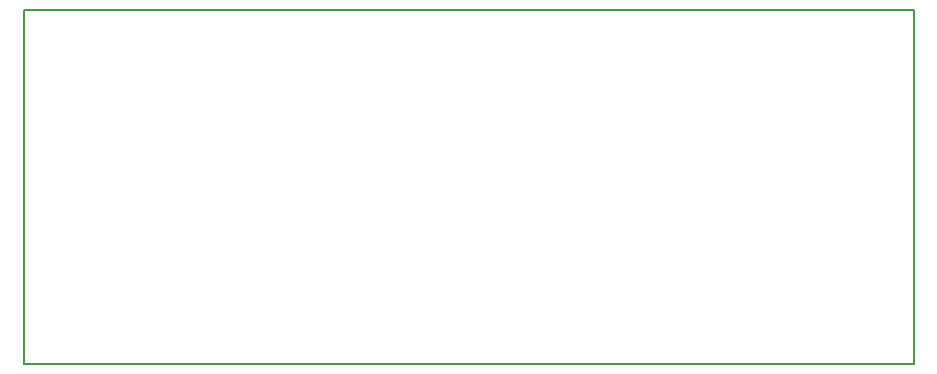
<source format=gbr>
G04 #@! TF.FileFunction,Other,User*
%FSLAX46Y46*%
G04 Gerber Fmt 4.6, Leading zero omitted, Abs format (unit mm)*
G04 Created by KiCad (PCBNEW 4.0.7) date 01/02/18 16:07:37*
%MOMM*%
%LPD*%
G01*
G04 APERTURE LIST*
%ADD10C,0.100000*%
%ADD11C,0.200000*%
G04 APERTURE END LIST*
D10*
D11*
X109400000Y-123500000D02*
X109400000Y-93500000D01*
X184800000Y-93500000D02*
X109400000Y-93500000D01*
X184800000Y-123500000D02*
X184800000Y-93500000D01*
X184800000Y-123500000D02*
X109400000Y-123500000D01*
M02*

</source>
